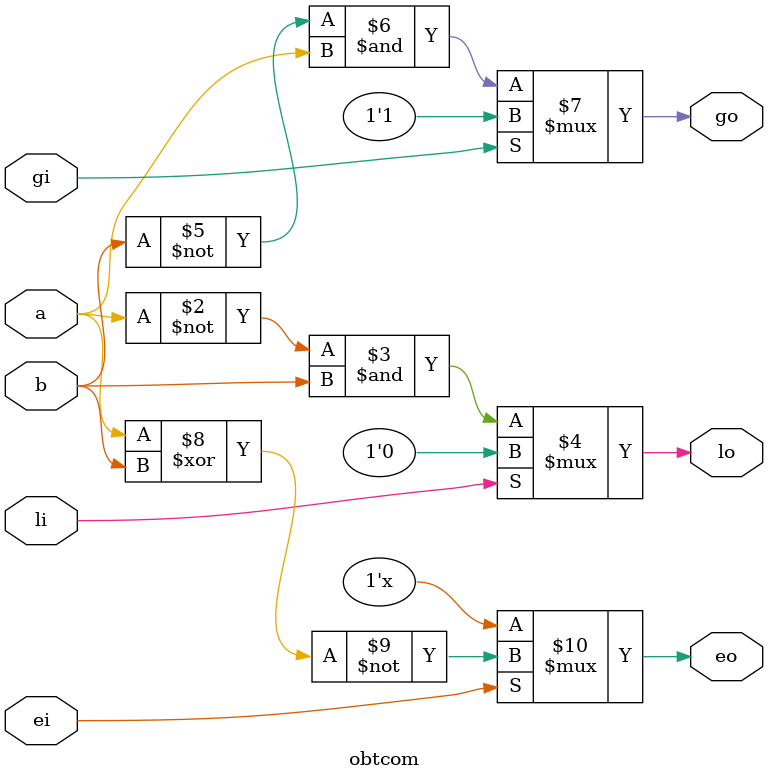
<source format=v>
`timescale 1ns / 1ps
module obtcom(a,b,li,gi,ei,lo,go,eo);
input a,b,li,gi,ei;
output reg lo,go,eo;
always@(a or b or li or gi or ei) begin
lo<=li?1'b0:(~a&b);
go<=gi?1'b1:(~b&a);
if(ei) eo<=~(a^b);
end
endmodule

</source>
